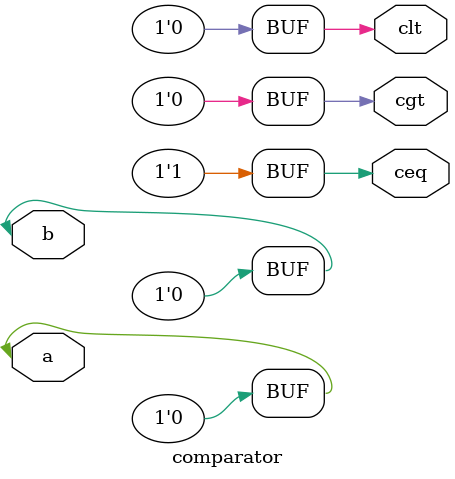
<source format=v>
`timescale 1ns / 1ps


module comparator(a, b,ceq, clt, cgt);
input a,b;
output ceq,clt,cgt;
assign a=10;
assign b=10;
  assign ceq = (a == b);
  assign clt = (a < b);
  assign cgt = (a > b);
endmodule


</source>
